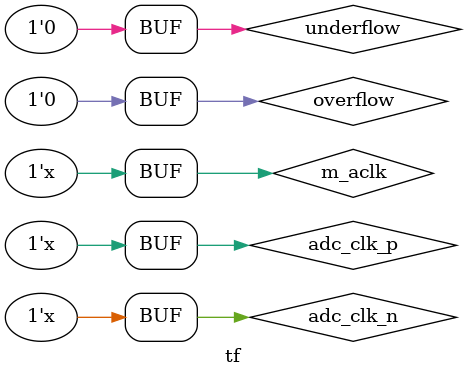
<source format=v>
`timescale 1ns / 1ps


module tf;
    reg m_aclk = 0;
    reg adc_clk_p = 1;
    reg adc_clk_n = 0;
    reg overflow = 1;
    reg underflow = 0;
    reg test = 0;

    always @(*) begin
        #5 m_aclk <= !m_aclk;
    end
    always @(*) begin
        #2;
        adc_clk_p <= !adc_clk_p;
        adc_clk_n <= !adc_clk_n;
    end

    initial begin
        #10;
        overflow <= 0;
        #10;
        underflow <= 1;
        #10;
        underflow <= 0;
    end

    always @(posedge adc_clk_p) begin
        test <= m_aclk;
    end

    ad9467fmc_v1_0 ad9467fmc(
        .adc_clk_p(adc_clk_p), 
        .adc_clk_n(adc_clk_n), 
        .adc_or_p(), 
        .adc_or_n(), 
        .adc_data_p(), 
        .adc_data_n(), 
        .dbg(), 
        .resetn(1'b1),
        .m_axis_tready(),
        .m_axis_tdata(),
        .m_axis_tlast(),
        .m_axis_tvalid(),
        .m_aclk(m_aclk), 
        .m_aresetn(1'b1),
        .fifo_overflow(overflow),
        .fifo_underflow(underflow), 
        // .s00_axi_aclk(),
        // .s00_axi_aresetn(),
        // .s00_axi_awaddr(),
        // .s00_axi_awprot(),
        // .s00_axi_awvalid(),
        // .s00_axi_awready(),
        // .s00_axi_wdata(),
        // .s00_axi_wstrb(),
        // .s00_axi_wvalid(),
        // .s00_axi_wready(),
        // .s00_axi_bresp(),
        // .s00_axi_bvalid(),
        // .s00_axi_bready(),
        // .s00_axi_araddr(),
        // .s00_axi_arprot(),
        // .s00_axi_arvalid(),
        // .s00_axi_arready(),
        // .s00_axi_rdata(),
        // .s00_axi_rresp(),
        // .s00_axi_rvalid(),
        .s00_axi_rready()
    );

endmodule

</source>
